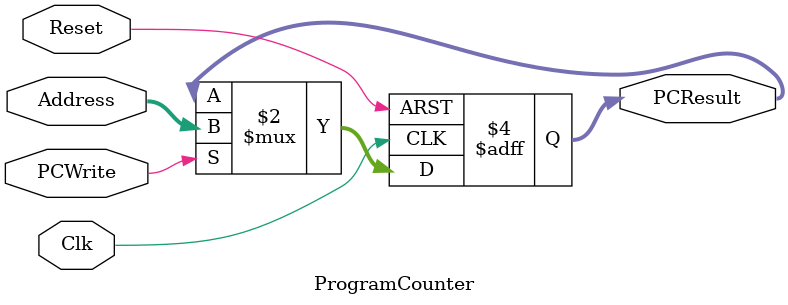
<source format=v>
`timescale 1ns / 1ps


module ProgramCounter(Address, PCResult, Reset, Clk, PCWrite);

	input [31:0] Address;
	input Reset, Clk;
    input PCWrite;

	output reg [31:0] PCResult;

    always @(posedge Clk or posedge Reset) begin
        if (Reset) begin
            PCResult <= 0;
        end
        else begin
            if (PCWrite) begin
                PCResult <= Address;
            end
        end
    end

endmodule


</source>
